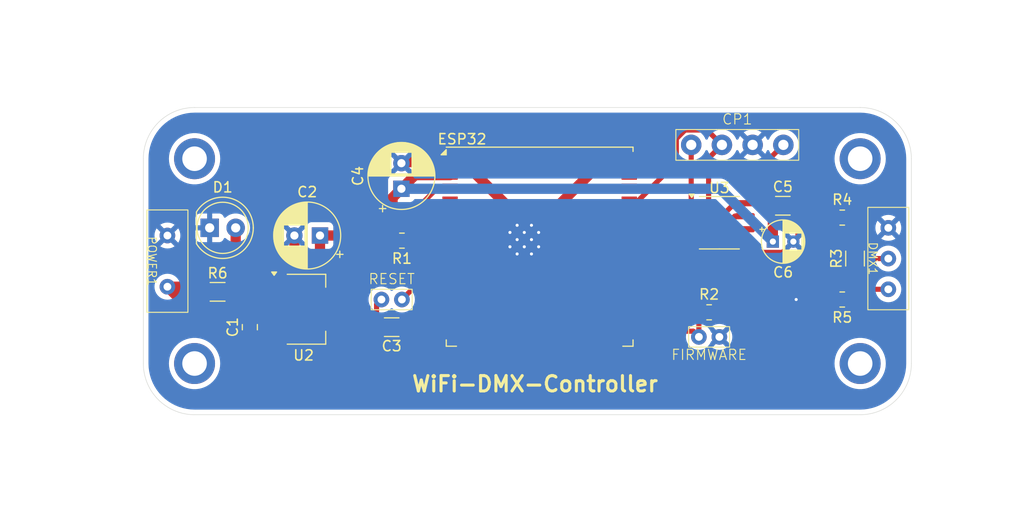
<source format=kicad_pcb>
(kicad_pcb (version 20240108) (generator "pcbnew") (generator_version "8.0")
  (layers (0 "F.Cu" signal) (31 "B.Cu" signal) (34 "B.Paste" user) (35 "F.Paste" user) (36 "B.SilkS" user "B.Silkscreen") (37 "F.SilkS" user "F.Silkscreen") (38 "B.Mask" user) (39 "F.Mask" user) (44 "Edge.Cuts" user))
  (net 0 "")
  (net 1 "GND")
  (net 2 "Net-(U2-VI)")
  (net 3 "Net-(CP1-3V3)")
  (net 4 "Net-(C3-Pad2)")
  (net 5 "Net-(CP1-RXD)")
  (net 6 "Net-(CP1-TXD)")
  (net 7 "Net-(D1-A)")
  (net 8 "Net-(U3-A)")
  (net 9 "Net-(U3-B)")
  (net 17 "Net-(ESP32-IO4)")
  (net 20 "Net-(ESP32-IO0)")
  (net 26 "Net-(ESP32-EN)")
  (footprint "user_library:CP2102_Conn" (layer "F.Cu") (at 172 90.65)
    (property "Reference" "CP1" (at 0 -4 0) (layer "F.SilkS") (effects (font (thickness 0.1))))
    (property "Value" "CP2102" (hide yes))
    (pad "1" thru_hole circle (at -4.5 -1.5) (size 2 2) (drill 1) (layers "*.Cu" "*.Mask" "In1.Cu" "In2.Cu" "In3.Cu" "In4.Cu" "In5.Cu" "In6.Cu" "In7.Cu" "In8.Cu" "In9.Cu" "In10.Cu" "In11.Cu" "In12.Cu" "In13.Cu" "In14.Cu" "In15.Cu" "In16.Cu" "In17.Cu" "In18.Cu" "In19.Cu" "In20.Cu" "In21.Cu" "In22.Cu" "In23.Cu" "In24.Cu" "In25.Cu" "In26.Cu" "In27.Cu" "In28.Cu" "In29.Cu" "In30.Cu") (net 5 "Net-(CP1-RXD)"))
    (pad "2" thru_hole circle (at -1.5 -1.5) (size 2 2) (drill 1) (layers "*.Cu" "*.Mask" "In1.Cu" "In2.Cu" "In3.Cu" "In4.Cu" "In5.Cu" "In6.Cu" "In7.Cu" "In8.Cu" "In9.Cu" "In10.Cu" "In11.Cu" "In12.Cu" "In13.Cu" "In14.Cu" "In15.Cu" "In16.Cu" "In17.Cu" "In18.Cu" "In19.Cu" "In20.Cu" "In21.Cu" "In22.Cu" "In23.Cu" "In24.Cu" "In25.Cu" "In26.Cu" "In27.Cu" "In28.Cu" "In29.Cu" "In30.Cu") (net 6 "Net-(CP1-TXD)"))
    (pad "3" thru_hole circle (at 1.5 -1.5) (size 2 2) (drill 1) (layers "*.Cu" "*.Mask" "In1.Cu" "In2.Cu" "In3.Cu" "In4.Cu" "In5.Cu" "In6.Cu" "In7.Cu" "In8.Cu" "In9.Cu" "In10.Cu" "In11.Cu" "In12.Cu" "In13.Cu" "In14.Cu" "In15.Cu" "In16.Cu" "In17.Cu" "In18.Cu" "In19.Cu" "In20.Cu" "In21.Cu" "In22.Cu" "In23.Cu" "In24.Cu" "In25.Cu" "In26.Cu" "In27.Cu" "In28.Cu" "In29.Cu" "In30.Cu") (net 1 "GND"))
    (pad "4" thru_hole circle (at 4.5 -1.5) (size 2 2) (drill 1) (layers "*.Cu" "*.Mask" "In1.Cu" "In2.Cu" "In3.Cu" "In4.Cu" "In5.Cu" "In6.Cu" "In7.Cu" "In8.Cu" "In9.Cu" "In10.Cu" "In11.Cu" "In12.Cu" "In13.Cu" "In14.Cu" "In15.Cu" "In16.Cu" "In17.Cu" "In18.Cu" "In19.Cu" "In20.Cu" "In21.Cu" "In22.Cu" "In23.Cu" "In24.Cu" "In25.Cu" "In26.Cu" "In27.Cu" "In28.Cu" "In29.Cu" "In30.Cu") (net 3 "Net-(CP1-3V3)"))
  )
  (footprint "Capacitor_SMD:C_0805_2012Metric" (layer "F.Cu") (at 124.4 106.95 90)
    (property "Reference" "C1" (at 0 -1.68 90) (layer "F.SilkS"))
    (property "Value" "10u" (hide yes))
    (pad "1" smd roundrect (at -0.95 0 90) (size 1 1.45) (layers "F.Cu" "F.Paste" "F.Mask") (net 2 "Net-(U2-VI)"))
    (pad "2" smd roundrect (at 0.95 0 90) (size 1 1.45) (layers "F.Cu" "F.Paste" "F.Mask") (net 1 "GND"))
  )
  (footprint "user_library:NPTH" (layer "F.Cu") (at 184 90.5)
    (property "Reference" "REF**" (hide yes))
    (property "Value" "NPTH" (hide yes))
    (pad "" np_thru_hole circle (at 0 0) (size 4 4) (drill 2.4) (layers "*.Cu" "*.Mask" "In1.Cu" "In2.Cu" "In3.Cu" "In4.Cu" "In5.Cu" "In6.Cu" "In7.Cu" "In8.Cu" "In9.Cu" "In10.Cu" "In11.Cu" "In12.Cu" "In13.Cu" "In14.Cu" "In15.Cu" "In16.Cu" "In17.Cu" "In18.Cu" "In19.Cu" "In20.Cu" "In21.Cu" "In22.Cu" "In23.Cu" "In24.Cu" "In25.Cu" "In26.Cu" "In27.Cu" "In28.Cu" "In29.Cu" "In30.Cu"))
  )
  (footprint "Resistor_SMD:R_1206_3216Metric" (layer "F.Cu") (at 121.25 103.5)
    (property "Reference" "R6" (at 0 -1.82 0) (layer "F.SilkS"))
    (property "Value" "150" (hide yes))
    (pad "1" smd roundrect (at -1.4625 0) (size 1.125 1.75) (layers "F.Cu" "F.Paste" "F.Mask") (roundrect_rratio 0.222222) (net 2 "Net-(U2-VI)"))
    (pad "2" smd roundrect (at 1.4625 0) (size 1.125 1.75) (layers "F.Cu" "F.Paste" "F.Mask") (roundrect_rratio 0.222222) (net 7 "Net-(D1-A)"))
  )
  (footprint "user_library:NPTH" (layer "F.Cu") (at 119 110.5)
    (property "Reference" "REF**" (hide yes))
    (property "Value" "NPTH" (hide yes))
    (pad "" np_thru_hole circle (at 0 0) (size 4 4) (drill 2.4) (layers "*.Cu" "*.Mask" "In1.Cu" "In2.Cu" "In3.Cu" "In4.Cu" "In5.Cu" "In6.Cu" "In7.Cu" "In8.Cu" "In9.Cu" "In10.Cu" "In11.Cu" "In12.Cu" "In13.Cu" "In14.Cu" "In15.Cu" "In16.Cu" "In17.Cu" "In18.Cu" "In19.Cu" "In20.Cu" "In21.Cu" "In22.Cu" "In23.Cu" "In24.Cu" "In25.Cu" "In26.Cu" "In27.Cu" "In28.Cu" "In29.Cu" "In30.Cu"))
  )
  (footprint "Resistor_SMD:R_0805_2012Metric" (layer "F.Cu") (at 182.25 104.25)
    (property "Reference" "R5" (at 0 1.75 0) (layer "F.SilkS"))
    (property "Value" "10k" (hide yes))
    (pad "1" smd roundrect (at -0.9125 0) (size 1.025 1.4) (layers "F.Cu" "F.Paste" "F.Mask") (roundrect_rratio 0.243902) (net 1 "GND"))
    (pad "2" smd roundrect (at 0.9125 0) (size 1.025 1.4) (layers "F.Cu" "F.Paste" "F.Mask") (roundrect_rratio 0.243902) (net 9 "Net-(U3-B)"))
  )
  (footprint "Package_SO:SOIC-8_3.9x4.9mm_P1.27mm" (layer "F.Cu") (at 170.25 96.75)
    (property "Reference" "U3" (at 0 -3.4 0) (layer "F.SilkS"))
    (property "Value" "SP3485EN" (hide yes))
    (pad "1" smd roundrect (at -2.475 -1.905) (size 1.95 0.6) (layers "F.Cu" "F.Paste" "F.Mask") (net 5 "Net-(CP1-RXD)"))
    (pad "2" smd roundrect (at -2.475 -0.635) (size 1.95 0.6) (layers "F.Cu" "F.Paste" "F.Mask") (net 17 "Net-(ESP32-IO4)"))
    (pad "3" smd roundrect (at -2.475 0.635) (size 1.95 0.6) (layers "F.Cu" "F.Paste" "F.Mask") (net 17 "Net-(ESP32-IO4)"))
    (pad "4" smd roundrect (at -2.475 1.905) (size 1.95 0.6) (layers "F.Cu" "F.Paste" "F.Mask") (net 6 "Net-(CP1-TXD)"))
    (pad "5" smd roundrect (at 2.475 1.905) (size 1.95 0.6) (layers "F.Cu" "F.Paste" "F.Mask") (net 1 "GND"))
    (pad "6" smd roundrect (at 2.475 0.635) (size 1.95 0.6) (layers "F.Cu" "F.Paste" "F.Mask") (net 8 "Net-(U3-A)"))
    (pad "7" smd roundrect (at 2.475 -0.635) (size 1.95 0.6) (layers "F.Cu" "F.Paste" "F.Mask") (net 9 "Net-(U3-B)"))
    (pad "8" smd roundrect (at 2.475 -1.905) (size 1.95 0.6) (layers "F.Cu" "F.Paste" "F.Mask") (net 3 "Net-(CP1-3V3)"))
  )
  (footprint "Capacitor_THT:CP_Radial_D4.0mm_P2.00mm" (layer "F.Cu") (at 175.475 98.593799)
    (property "Reference" "C6" (at 1 3 0) (layer "F.SilkS"))
    (property "Value" "10u" (hide yes))
    (pad "1" thru_hole rect (at 0 0) (size 1.2 1.2) (drill 0.6) (layers "*.Cu" "*.Mask" "In1.Cu" "In2.Cu" "In3.Cu" "In4.Cu" "In5.Cu" "In6.Cu" "In7.Cu" "In8.Cu" "In9.Cu" "In10.Cu" "In11.Cu" "In12.Cu" "In13.Cu" "In14.Cu" "In15.Cu" "In16.Cu" "In17.Cu" "In18.Cu" "In19.Cu" "In20.Cu" "In21.Cu" "In22.Cu" "In23.Cu" "In24.Cu" "In25.Cu" "In26.Cu" "In27.Cu" "In28.Cu" "In29.Cu" "In30.Cu") (net 3 "Net-(CP1-3V3)"))
    (pad "2" thru_hole circle (at 2 0) (size 1.2 1.2) (drill 0.6) (layers "*.Cu" "*.Mask" "In1.Cu" "In2.Cu" "In3.Cu" "In4.Cu" "In5.Cu" "In6.Cu" "In7.Cu" "In8.Cu" "In9.Cu" "In10.Cu" "In11.Cu" "In12.Cu" "In13.Cu" "In14.Cu" "In15.Cu" "In16.Cu" "In17.Cu" "In18.Cu" "In19.Cu" "In20.Cu" "In21.Cu" "In22.Cu" "In23.Cu" "In24.Cu" "In25.Cu" "In26.Cu" "In27.Cu" "In28.Cu" "In29.Cu" "In30.Cu") (net 1 "GND"))
  )
  (footprint "LED_THT:LED_D5.0mm_Clear" (layer "F.Cu") (at 120.475 97.25)
    (property "Reference" "D1" (at 1.27 -3.96 0) (layer "F.SilkS"))
    (property "Value" "LED" (hide yes))
    (pad "1" thru_hole rect (at 0 0) (size 1.8 1.8) (drill 0.9) (layers "*.Cu" "*.Mask" "In1.Cu" "In2.Cu" "In3.Cu" "In4.Cu" "In5.Cu" "In6.Cu" "In7.Cu" "In8.Cu" "In9.Cu" "In10.Cu" "In11.Cu" "In12.Cu" "In13.Cu" "In14.Cu" "In15.Cu" "In16.Cu" "In17.Cu" "In18.Cu" "In19.Cu" "In20.Cu" "In21.Cu" "In22.Cu" "In23.Cu" "In24.Cu" "In25.Cu" "In26.Cu" "In27.Cu" "In28.Cu" "In29.Cu" "In30.Cu") (net 1 "GND"))
    (pad "2" thru_hole circle (at 2.54 0) (size 1.8 1.8) (drill 0.9) (layers "*.Cu" "*.Mask" "In1.Cu" "In2.Cu" "In3.Cu" "In4.Cu" "In5.Cu" "In6.Cu" "In7.Cu" "In8.Cu" "In9.Cu" "In10.Cu" "In11.Cu" "In12.Cu" "In13.Cu" "In14.Cu" "In15.Cu" "In16.Cu" "In17.Cu" "In18.Cu" "In19.Cu" "In20.Cu" "In21.Cu" "In22.Cu" "In23.Cu" "In24.Cu" "In25.Cu" "In26.Cu" "In27.Cu" "In28.Cu" "In29.Cu" "In30.Cu") (net 7 "Net-(D1-A)"))
  )
  (footprint "user_library:NPTH" (layer "F.Cu") (at 119 90.5)
    (property "Reference" "REF**" (hide yes))
    (property "Value" "NPTH" (hide yes))
    (pad "" np_thru_hole circle (at 0 0) (size 4 4) (drill 2.4) (layers "*.Cu" "*.Mask" "In1.Cu" "In2.Cu" "In3.Cu" "In4.Cu" "In5.Cu" "In6.Cu" "In7.Cu" "In8.Cu" "In9.Cu" "In10.Cu" "In11.Cu" "In12.Cu" "In13.Cu" "In14.Cu" "In15.Cu" "In16.Cu" "In17.Cu" "In18.Cu" "In19.Cu" "In20.Cu" "In21.Cu" "In22.Cu" "In23.Cu" "In24.Cu" "In25.Cu" "In26.Cu" "In27.Cu" "In28.Cu" "In29.Cu" "In30.Cu"))
  )
  (footprint "Package_TO_SOT_SMD:SOT-223-3_TabPin2" (layer "F.Cu") (at 129.9 105.2)
    (property "Reference" "U2" (at -0.25 4.5 0) (layer "F.SilkS"))
    (property "Value" "AMS1117-3.3" (hide yes))
    (pad "1" smd roundrect (at -3.15 -2.3) (size 2 1.5) (layers "F.Cu" "F.Paste" "F.Mask") (net 1 "GND"))
    (pad "2" smd roundrect (at -3.15 0) (size 2 1.5) (layers "F.Cu" "F.Paste" "F.Mask") (net 3 "Net-(CP1-3V3)"))
    (pad "2" smd roundrect (at 3.15 0) (size 2 3.8) (layers "F.Cu" "F.Paste" "F.Mask") (net 3 "Net-(CP1-3V3)"))
    (pad "3" smd roundrect (at -3.15 2.3) (size 2 1.5) (layers "F.Cu" "F.Paste" "F.Mask") (net 2 "Net-(U2-VI)"))
  )
  (footprint "user_library:ESP32-WROOM-32U" (layer "F.Cu") (at 152.7 99.09)
    (property "Reference" "ESP32" (at -7.58 -10.5 180) (layer "F.SilkS"))
    (property "Value" "ESP32-WROOM-32U" (hide yes))
    (pad "1" smd rect (at -8.75 -8.255) (size 1.5 0.9) (layers "F.Cu" "F.Paste" "F.Mask") (net 1 "GND"))
    (pad "2" smd rect (at -8.75 -6.985) (size 1.5 0.9) (layers "F.Cu" "F.Paste" "F.Mask") (net 3 "Net-(CP1-3V3)"))
    (pad "3" smd rect (at -8.75 -5.715) (size 1.5 0.9) (layers "F.Cu" "F.Paste" "F.Mask") (net 26 "Net-(ESP32-EN)"))
    (pad "4" smd rect (at -8.75 -4.445) (size 1.5 0.9) (layers "F.Cu" "F.Paste" "F.Mask"))
    (pad "5" smd rect (at -8.75 -3.175) (size 1.5 0.9) (layers "F.Cu" "F.Paste" "F.Mask"))
    (pad "6" smd rect (at -8.75 -1.905) (size 1.5 0.9) (layers "F.Cu" "F.Paste" "F.Mask"))
    (pad "7" smd rect (at -8.75 -0.635) (size 1.5 0.9) (layers "F.Cu" "F.Paste" "F.Mask"))
    (pad "8" smd rect (at -8.75 0.635) (size 1.5 0.9) (layers "F.Cu" "F.Paste" "F.Mask"))
    (pad "9" smd rect (at -8.75 1.905) (size 1.5 0.9) (layers "F.Cu" "F.Paste" "F.Mask"))
    (pad "10" smd rect (at -8.75 3.175) (size 1.5 0.9) (layers "F.Cu" "F.Paste" "F.Mask"))
    (pad "11" smd rect (at -8.75 4.445) (size 1.5 0.9) (layers "F.Cu" "F.Paste" "F.Mask"))
    (pad "12" smd rect (at -8.75 5.715) (size 1.5 0.9) (layers "F.Cu" "F.Paste" "F.Mask"))
    (pad "13" smd rect (at -8.75 6.985) (size 1.5 0.9) (layers "F.Cu" "F.Paste" "F.Mask"))
    (pad "14" smd rect (at -8.75 8.255) (size 1.5 0.9) (layers "F.Cu" "F.Paste" "F.Mask"))
    (pad "15" smd rect (at -5.715 9.35 90) (size 1.5 0.9) (layers "F.Cu" "F.Paste" "F.Mask") (net 1 "GND"))
    (pad "16" smd rect (at -4.445 9.35 90) (size 1.5 0.9) (layers "F.Cu" "F.Paste" "F.Mask"))
    (pad "17" smd rect (at -3.175 9.35 90) (size 1.5 0.9) (layers "F.Cu" "F.Paste" "F.Mask"))
    (pad "18" smd rect (at -1.905 9.35 90) (size 1.5 0.9) (layers "F.Cu" "F.Paste" "F.Mask"))
    (pad "19" smd rect (at -0.635 9.35 90) (size 1.5 0.9) (layers "F.Cu" "F.Paste" "F.Mask"))
    (pad "20" smd rect (at 0.635 9.35 90) (size 1.5 0.9) (layers "F.Cu" "F.Paste" "F.Mask"))
    (pad "21" smd rect (at 1.905 9.35 90) (size 1.5 0.9) (layers "F.Cu" "F.Paste" "F.Mask"))
    (pad "22" smd rect (at 3.175 9.35 90) (size 1.5 0.9) (layers "F.Cu" "F.Paste" "F.Mask"))
    (pad "23" smd rect (at 4.445 9.35 90) (size 1.5 0.9) (layers "F.Cu" "F.Paste" "F.Mask"))
    (pad "24" smd rect (at 5.715 9.35 90) (size 1.5 0.9) (layers "F.Cu" "F.Paste" "F.Mask"))
    (pad "25" smd rect (at 8.75 8.255) (size 1.5 0.9) (layers "F.Cu" "F.Paste" "F.Mask") (net 20 "Net-(ESP32-IO0)"))
    (pad "26" smd rect (at 8.75 6.985) (size 1.5 0.9) (layers "F.Cu" "F.Paste" "F.Mask") (net 17 "Net-(ESP32-IO4)"))
    (pad "27" smd rect (at 8.75 5.715) (size 1.5 0.9) (layers "F.Cu" "F.Paste" "F.Mask"))
    (pad "28" smd rect (at 8.75 4.445) (size 1.5 0.9) (layers "F.Cu" "F.Paste" "F.Mask"))
    (pad "29" smd rect (at 8.75 3.175) (size 1.5 0.9) (layers "F.Cu" "F.Paste" "F.Mask"))
    (pad "30" smd rect (at 8.75 1.905) (size 1.5 0.9) (layers "F.Cu" "F.Paste" "F.Mask"))
    (pad "31" smd rect (at 8.75 0.635) (size 1.5 0.9) (layers "F.Cu" "F.Paste" "F.Mask"))
    (pad "32" smd rect (at 8.75 -0.635) (size 1.5 0.9) (layers "F.Cu" "F.Paste" "F.Mask"))
    (pad "33" smd rect (at 8.75 -1.905) (size 1.5 0.9) (layers "F.Cu" "F.Paste" "F.Mask"))
    (pad "34" smd rect (at 8.75 -3.175) (size 1.5 0.9) (layers "F.Cu" "F.Paste" "F.Mask") (net 5 "Net-(CP1-RXD)"))
    (pad "35" smd rect (at 8.75 -4.445) (size 1.5 0.9) (layers "F.Cu" "F.Paste" "F.Mask") (net 6 "Net-(CP1-TXD)"))
    (pad "36" smd rect (at 8.75 -5.715) (size 1.5 0.9) (layers "F.Cu" "F.Paste" "F.Mask"))
    (pad "37" smd rect (at 8.75 -6.985) (size 1.5 0.9) (layers "F.Cu" "F.Paste" "F.Mask"))
    (pad "38" smd rect (at 8.75 -8.255) (size 1.5 0.9) (layers "F.Cu" "F.Paste" "F.Mask") (net 1 "GND"))
    (pad "39" smd rect (at -2.9 -2.09) (size 0.9 0.9) (layers "F.Cu" "F.Paste") (net 1 "GND"))
    (pad "39" thru_hole circle (at -2.9 -1.39) (size 0.6 0.6) (drill 0.3) (property pad_prop_heatsink) (layers "*.Cu" "In1.Cu" "In2.Cu" "In3.Cu" "In4.Cu" "In5.Cu" "In6.Cu" "In7.Cu" "In8.Cu" "In9.Cu" "In10.Cu" "In11.Cu" "In12.Cu" "In13.Cu" "In14.Cu" "In15.Cu" "In16.Cu" "In17.Cu" "In18.Cu" "In19.Cu" "In20.Cu" "In21.Cu" "In22.Cu" "In23.Cu" "In24.Cu" "In25.Cu" "In26.Cu" "In27.Cu" "In28.Cu" "In29.Cu" "In30.Cu" "F.Mask") (net 1 "GND"))
    (pad "39" smd rect (at -2.9 -0.69) (size 0.9 0.9) (layers "F.Cu" "F.Paste") (net 1 "GND"))
    (pad "39" thru_hole circle (at -2.9 0.01) (size 0.6 0.6) (drill 0.3) (property pad_prop_heatsink) (layers "*.Cu" "In1.Cu" "In2.Cu" "In3.Cu" "In4.Cu" "In5.Cu" "In6.Cu" "In7.Cu" "In8.Cu" "In9.Cu" "In10.Cu" "In11.Cu" "In12.Cu" "In13.Cu" "In14.Cu" "In15.Cu" "In16.Cu" "In17.Cu" "In18.Cu" "In19.Cu" "In20.Cu" "In21.Cu" "In22.Cu" "In23.Cu" "In24.Cu" "In25.Cu" "In26.Cu" "In27.Cu" "In28.Cu" "In29.Cu" "In30.Cu" "F.Mask") (net 1 "GND"))
    (pad "39" smd rect (at -2.9 0.71) (size 0.9 0.9) (layers "F.Cu" "F.Paste") (net 1 "GND"))
    (pad "39" thru_hole circle (at -2.2 -2.09) (size 0.6 0.6) (drill 0.3) (property pad_prop_heatsink) (layers "*.Cu" "In1.Cu" "In2.Cu" "In3.Cu" "In4.Cu" "In5.Cu" "In6.Cu" "In7.Cu" "In8.Cu" "In9.Cu" "In10.Cu" "In11.Cu" "In12.Cu" "In13.Cu" "In14.Cu" "In15.Cu" "In16.Cu" "In17.Cu" "In18.Cu" "In19.Cu" "In20.Cu" "In21.Cu" "In22.Cu" "In23.Cu" "In24.Cu" "In25.Cu" "In26.Cu" "In27.Cu" "In28.Cu" "In29.Cu" "In30.Cu" "F.Mask") (net 1 "GND"))
    (pad "39" thru_hole circle (at -2.2 -0.69) (size 0.6 0.6) (drill 0.3) (property pad_prop_heatsink) (layers "*.Cu" "In1.Cu" "In2.Cu" "In3.Cu" "In4.Cu" "In5.Cu" "In6.Cu" "In7.Cu" "In8.Cu" "In9.Cu" "In10.Cu" "In11.Cu" "In12.Cu" "In13.Cu" "In14.Cu" "In15.Cu" "In16.Cu" "In17.Cu" "In18.Cu" "In19.Cu" "In20.Cu" "In21.Cu" "In22.Cu" "In23.Cu" "In24.Cu" "In25.Cu" "In26.Cu" "In27.Cu" "In28.Cu" "In29.Cu" "In30.Cu" "F.Mask") (net 1 "GND"))
    (pad "39" thru_hole circle (at -2.2 0.71) (size 0.6 0.6) (drill 0.3) (property pad_prop_heatsink) (layers "*.Cu" "In1.Cu" "In2.Cu" "In3.Cu" "In4.Cu" "In5.Cu" "In6.Cu" "In7.Cu" "In8.Cu" "In9.Cu" "In10.Cu" "In11.Cu" "In12.Cu" "In13.Cu" "In14.Cu" "In15.Cu" "In16.Cu" "In17.Cu" "In18.Cu" "In19.Cu" "In20.Cu" "In21.Cu" "In22.Cu" "In23.Cu" "In24.Cu" "In25.Cu" "In26.Cu" "In27.Cu" "In28.Cu" "In29.Cu" "In30.Cu" "F.Mask") (net 1 "GND"))
    (pad "39" smd rect (at -1.5 -2.09) (size 0.9 0.9) (layers "F.Cu" "F.Paste") (net 1 "GND"))
    (pad "39" thru_hole circle (at -1.5 -1.39) (size 0.6 0.6) (drill 0.3) (property pad_prop_heatsink) (layers "*.Cu" "In1.Cu" "In2.Cu" "In3.Cu" "In4.Cu" "In5.Cu" "In6.Cu" "In7.Cu" "In8.Cu" "In9.Cu" "In10.Cu" "In11.Cu" "In12.Cu" "In13.Cu" "In14.Cu" "In15.Cu" "In16.Cu" "In17.Cu" "In18.Cu" "In19.Cu" "In20.Cu" "In21.Cu" "In22.Cu" "In23.Cu" "In24.Cu" "In25.Cu" "In26.Cu" "In27.Cu" "In28.Cu" "In29.Cu" "In30.Cu" "F.Mask") (net 1 "GND"))
    (pad "39" smd rect (at -1.5 -0.69) (size 0.9 0.9) (layers "F.Cu" "F.Paste") (net 1 "GND"))
    (pad "39" smd rect (at -1.5 -0.69) (size 3.8 3.8) (property pad_prop_heatsink) (layers "F.Cu" "F.Mask") (net 1 "GND"))
    (pad "39" thru_hole circle (at -1.5 0.01) (size 0.6 0.6) (drill 0.3) (property pad_prop_heatsink) (layers "*.Cu" "In1.Cu" "In2.Cu" "In3.Cu" "In4.Cu" "In5.Cu" "In6.Cu" "In7.Cu" "In8.Cu" "In9.Cu" "In10.Cu" "In11.Cu" "In12.Cu" "In13.Cu" "In14.Cu" "In15.Cu" "In16.Cu" "In17.Cu" "In18.Cu" "In19.Cu" "In20.Cu" "In21.Cu" "In22.Cu" "In23.Cu" "In24.Cu" "In25.Cu" "In26.Cu" "In27.Cu" "In28.Cu" "In29.Cu" "In30.Cu" "F.Mask") (net 1 "GND"))
    (pad "39" smd rect (at -1.5 0.71) (size 0.9 0.9) (layers "F.Cu" "F.Paste") (net 1 "GND"))
    (pad "39" thru_hole circle (at -0.8 -2.09) (size 0.6 0.6) (drill 0.3) (property pad_prop_heatsink) (layers "*.Cu" "In1.Cu" "In2.Cu" "In3.Cu" "In4.Cu" "In5.Cu" "In6.Cu" "In7.Cu" "In8.Cu" "In9.Cu" "In10.Cu" "In11.Cu" "In12.Cu" "In13.Cu" "In14.Cu" "In15.Cu" "In16.Cu" "In17.Cu" "In18.Cu" "In19.Cu" "In20.Cu" "In21.Cu" "In22.Cu" "In23.Cu" "In24.Cu" "In25.Cu" "In26.Cu" "In27.Cu" "In28.Cu" "In29.Cu" "In30.Cu" "F.Mask") (net 1 "GND"))
    (pad "39" thru_hole circle (at -0.8 -0.69) (size 0.6 0.6) (drill 0.3) (property pad_prop_heatsink) (layers "*.Cu" "In1.Cu" "In2.Cu" "In3.Cu" "In4.Cu" "In5.Cu" "In6.Cu" "In7.Cu" "In8.Cu" "In9.Cu" "In10.Cu" "In11.Cu" "In12.Cu" "In13.Cu" "In14.Cu" "In15.Cu" "In16.Cu" "In17.Cu" "In18.Cu" "In19.Cu" "In20.Cu" "In21.Cu" "In22.Cu" "In23.Cu" "In24.Cu" "In25.Cu" "In26.Cu" "In27.Cu" "In28.Cu" "In29.Cu" "In30.Cu" "F.Mask") (net 1 "GND"))
    (pad "39" thru_hole circle (at -0.8 0.71) (size 0.6 0.6) (drill 0.3) (property pad_prop_heatsink) (layers "*.Cu" "In1.Cu" "In2.Cu" "In3.Cu" "In4.Cu" "In5.Cu" "In6.Cu" "In7.Cu" "In8.Cu" "In9.Cu" "In10.Cu" "In11.Cu" "In12.Cu" "In13.Cu" "In14.Cu" "In15.Cu" "In16.Cu" "In17.Cu" "In18.Cu" "In19.Cu" "In20.Cu" "In21.Cu" "In22.Cu" "In23.Cu" "In24.Cu" "In25.Cu" "In26.Cu" "In27.Cu" "In28.Cu" "In29.Cu" "In30.Cu" "F.Mask") (net 1 "GND"))
    (pad "39" smd rect (at -0.1 -2.09) (size 0.9 0.9) (layers "F.Cu" "F.Paste") (net 1 "GND"))
    (pad "39" thru_hole circle (at -0.1 -1.39) (size 0.6 0.6) (drill 0.3) (property pad_prop_heatsink) (layers "*.Cu" "In1.Cu" "In2.Cu" "In3.Cu" "In4.Cu" "In5.Cu" "In6.Cu" "In7.Cu" "In8.Cu" "In9.Cu" "In10.Cu" "In11.Cu" "In12.Cu" "In13.Cu" "In14.Cu" "In15.Cu" "In16.Cu" "In17.Cu" "In18.Cu" "In19.Cu" "In20.Cu" "In21.Cu" "In22.Cu" "In23.Cu" "In24.Cu" "In25.Cu" "In26.Cu" "In27.Cu" "In28.Cu" "In29.Cu" "In30.Cu" "F.Mask") (net 1 "GND"))
    (pad "39" smd rect (at -0.1 -0.69) (size 0.9 0.9) (layers "F.Cu" "F.Paste") (net 1 "GND"))
    (pad "39" thru_hole circle (at -0.1 0.01) (size 0.6 0.6) (drill 0.3) (property pad_prop_heatsink) (layers "*.Cu" "In1.Cu" "In2.Cu" "In3.Cu" "In4.Cu" "In5.Cu" "In6.Cu" "In7.Cu" "In8.Cu" "In9.Cu" "In10.Cu" "In11.Cu" "In12.Cu" "In13.Cu" "In14.Cu" "In15.Cu" "In16.Cu" "In17.Cu" "In18.Cu" "In19.Cu" "In20.Cu" "In21.Cu" "In22.Cu" "In23.Cu" "In24.Cu" "In25.Cu" "In26.Cu" "In27.Cu" "In28.Cu" "In29.Cu" "In30.Cu" "F.Mask") (net 1 "GND"))
    (pad "39" smd rect (at -0.1 0.71) (size 0.9 0.9) (layers "F.Cu" "F.Paste") (net 1 "GND"))
  )
  (footprint "user_library:small_2pin" (layer "F.Cu") (at 169.25 108.9)
    (property "Reference" "FIRMWARE" (at 0 0.75 0) (layer "F.SilkS") (effects (font (thickness 0.1))))
    (property "Value" "SW_Push" (hide yes))
    (pad "1" thru_hole circle (at -1 -1) (size 1.524 1.524) (drill 0.762) (layers "*.Cu" "*.Mask" "In1.Cu" "In2.Cu" "In3.Cu" "In4.Cu" "In5.Cu" "In6.Cu" "In7.Cu" "In8.Cu" "In9.Cu" "In10.Cu" "In11.Cu" "In12.Cu" "In13.Cu" "In14.Cu" "In15.Cu" "In16.Cu" "In17.Cu" "In18.Cu" "In19.Cu" "In20.Cu" "In21.Cu" "In22.Cu" "In23.Cu" "In24.Cu" "In25.Cu" "In26.Cu" "In27.Cu" "In28.Cu" "In29.Cu" "In30.Cu") (net 20 "Net-(ESP32-IO0)"))
    (pad "2" thru_hole circle (at 1 -1) (size 1.524 1.524) (drill 0.762) (layers "*.Cu" "*.Mask" "In1.Cu" "In2.Cu" "In3.Cu" "In4.Cu" "In5.Cu" "In6.Cu" "In7.Cu" "In8.Cu" "In9.Cu" "In10.Cu" "In11.Cu" "In12.Cu" "In13.Cu" "In14.Cu" "In15.Cu" "In16.Cu" "In17.Cu" "In18.Cu" "In19.Cu" "In20.Cu" "In21.Cu" "In22.Cu" "In23.Cu" "In24.Cu" "In25.Cu" "In26.Cu" "In27.Cu" "In28.Cu" "In29.Cu" "In30.Cu") (net 1 "GND"))
  )
  (footprint "Capacitor_SMD:C_1206_3216Metric" (layer "F.Cu") (at 138.25 106.95 180)
    (property "Reference" "C3" (at 0 -1.85 0) (layer "F.SilkS"))
    (property "Value" "0.1u" (hide yes))
    (pad "1" smd roundrect (at -1.475 0 180) (size 1.15 1.8) (layers "F.Cu" "F.Paste" "F.Mask") (roundrect_rratio 0.217391) (net 1 "GND"))
    (pad "2" smd roundrect (at 1.475 0 180) (size 1.15 1.8) (layers "F.Cu" "F.Paste" "F.Mask") (roundrect_rratio 0.217391) (net 4 "Net-(C3-Pad2)"))
  )
  (footprint "Resistor_SMD:R_1206_3216Metric" (layer "F.Cu") (at 183.5 100.25 90)
    (property "Reference" "R3" (at 0 -1.82 90) (layer "F.SilkS"))
    (property "Value" "120" (hide yes))
    (pad "1" smd roundrect (at -1.4625 0 90) (size 1.125 1.75) (layers "F.Cu" "F.Paste" "F.Mask") (roundrect_rratio 0.222222) (net 9 "Net-(U3-B)"))
    (pad "2" smd roundrect (at 1.4625 0 90) (size 1.125 1.75) (layers "F.Cu" "F.Paste" "F.Mask") (roundrect_rratio 0.222222) (net 8 "Net-(U3-A)"))
  )
  (footprint "Capacitor_THT:CP_Radial_D6.3mm_P2.50mm" (layer "F.Cu") (at 131.25 98 180)
    (property "Reference" "C2" (at 1.25 4.25 0) (layer "F.SilkS"))
    (property "Value" "22u" (hide yes))
    (pad "1" thru_hole rect (at 0 0 180) (size 1.6 1.6) (drill 0.8) (layers "*.Cu" "*.Mask" "In1.Cu" "In2.Cu" "In3.Cu" "In4.Cu" "In5.Cu" "In6.Cu" "In7.Cu" "In8.Cu" "In9.Cu" "In10.Cu" "In11.Cu" "In12.Cu" "In13.Cu" "In14.Cu" "In15.Cu" "In16.Cu" "In17.Cu" "In18.Cu" "In19.Cu" "In20.Cu" "In21.Cu" "In22.Cu" "In23.Cu" "In24.Cu" "In25.Cu" "In26.Cu" "In27.Cu" "In28.Cu" "In29.Cu" "In30.Cu") (net 3 "Net-(CP1-3V3)"))
    (pad "2" thru_hole circle (at 2.5 0 180) (size 1.6 1.6) (drill 0.8) (layers "*.Cu" "*.Mask" "In1.Cu" "In2.Cu" "In3.Cu" "In4.Cu" "In5.Cu" "In6.Cu" "In7.Cu" "In8.Cu" "In9.Cu" "In10.Cu" "In11.Cu" "In12.Cu" "In13.Cu" "In14.Cu" "In15.Cu" "In16.Cu" "In17.Cu" "In18.Cu" "In19.Cu" "In20.Cu" "In21.Cu" "In22.Cu" "In23.Cu" "In24.Cu" "In25.Cu" "In26.Cu" "In27.Cu" "In28.Cu" "In29.Cu" "In30.Cu") (net 1 "GND"))
  )
  (footprint "user_library:NPTH" (layer "F.Cu") (at 184 110.5)
    (property "Reference" "REF**" (hide yes))
    (property "Value" "NPTH" (hide yes))
    (pad "" np_thru_hole circle (at 0 0) (size 4 4) (drill 2.4) (layers "*.Cu" "*.Mask" "In1.Cu" "In2.Cu" "In3.Cu" "In4.Cu" "In5.Cu" "In6.Cu" "In7.Cu" "In8.Cu" "In9.Cu" "In10.Cu" "In11.Cu" "In12.Cu" "In13.Cu" "In14.Cu" "In15.Cu" "In16.Cu" "In17.Cu" "In18.Cu" "In19.Cu" "In20.Cu" "In21.Cu" "In22.Cu" "In23.Cu" "In24.Cu" "In25.Cu" "In26.Cu" "In27.Cu" "In28.Cu" "In29.Cu" "In30.Cu"))
  )
  (footprint "user_library:3pin_10mm" (layer "F.Cu") (at 184.75 100.25 -90)
    (property "Reference" "DMX1" (at 0 -0.5 -90) (layer "F.SilkS") (effects (font (size 0.8 0.8) (thickness 0.1))))
    (property "Value" "XLR3" (hide yes))
    (pad "1" thru_hole circle (at -3 -2 270) (size 1.524 1.524) (drill 0.762) (layers "*.Cu" "*.Mask" "In1.Cu" "In2.Cu" "In3.Cu" "In4.Cu" "In5.Cu" "In6.Cu" "In7.Cu" "In8.Cu" "In9.Cu" "In10.Cu" "In11.Cu" "In12.Cu" "In13.Cu" "In14.Cu" "In15.Cu" "In16.Cu" "In17.Cu" "In18.Cu" "In19.Cu" "In20.Cu" "In21.Cu" "In22.Cu" "In23.Cu" "In24.Cu" "In25.Cu" "In26.Cu" "In27.Cu" "In28.Cu" "In29.Cu" "In30.Cu") (net 1 "GND"))
    (pad "2" thru_hole circle (at 0 -2 270) (size 1.524 1.524) (drill 0.762) (layers "*.Cu" "*.Mask" "In1.Cu" "In2.Cu" "In3.Cu" "In4.Cu" "In5.Cu" "In6.Cu" "In7.Cu" "In8.Cu" "In9.Cu" "In10.Cu" "In11.Cu" "In12.Cu" "In13.Cu" "In14.Cu" "In15.Cu" "In16.Cu" "In17.Cu" "In18.Cu" "In19.Cu" "In20.Cu" "In21.Cu" "In22.Cu" "In23.Cu" "In24.Cu" "In25.Cu" "In26.Cu" "In27.Cu" "In28.Cu" "In29.Cu" "In30.Cu") (net 8 "Net-(U3-A)"))
    (pad "3" thru_hole circle (at 3 -2 270) (size 1.524 1.524) (drill 0.762) (layers "*.Cu" "*.Mask" "In1.Cu" "In2.Cu" "In3.Cu" "In4.Cu" "In5.Cu" "In6.Cu" "In7.Cu" "In8.Cu" "In9.Cu" "In10.Cu" "In11.Cu" "In12.Cu" "In13.Cu" "In14.Cu" "In15.Cu" "In16.Cu" "In17.Cu" "In18.Cu" "In19.Cu" "In20.Cu" "In21.Cu" "In22.Cu" "In23.Cu" "In24.Cu" "In25.Cu" "In26.Cu" "In27.Cu" "In28.Cu" "In29.Cu" "In30.Cu") (net 9 "Net-(U3-B)"))
  )
  (footprint "Capacitor_THT:CP_Radial_D6.3mm_P2.50mm" (layer "F.Cu") (at 139.2 93.435 90)
    (property "Reference" "C4" (at 1.25 -4.25 90) (layer "F.SilkS"))
    (property "Value" "470u" (hide yes))
    (pad "1" thru_hole rect (at 0 0 90) (size 1.6 1.6) (drill 0.8) (layers "*.Cu" "*.Mask" "In1.Cu" "In2.Cu" "In3.Cu" "In4.Cu" "In5.Cu" "In6.Cu" "In7.Cu" "In8.Cu" "In9.Cu" "In10.Cu" "In11.Cu" "In12.Cu" "In13.Cu" "In14.Cu" "In15.Cu" "In16.Cu" "In17.Cu" "In18.Cu" "In19.Cu" "In20.Cu" "In21.Cu" "In22.Cu" "In23.Cu" "In24.Cu" "In25.Cu" "In26.Cu" "In27.Cu" "In28.Cu" "In29.Cu" "In30.Cu") (net 3 "Net-(CP1-3V3)"))
    (pad "2" thru_hole circle (at 2.5 0 90) (size 1.6 1.6) (drill 0.8) (layers "*.Cu" "*.Mask" "In1.Cu" "In2.Cu" "In3.Cu" "In4.Cu" "In5.Cu" "In6.Cu" "In7.Cu" "In8.Cu" "In9.Cu" "In10.Cu" "In11.Cu" "In12.Cu" "In13.Cu" "In14.Cu" "In15.Cu" "In16.Cu" "In17.Cu" "In18.Cu" "In19.Cu" "In20.Cu" "In21.Cu" "In22.Cu" "In23.Cu" "In24.Cu" "In25.Cu" "In26.Cu" "In27.Cu" "In28.Cu" "In29.Cu" "In30.Cu") (net 1 "GND"))
  )
  (footprint "Resistor_SMD:R_0805_2012Metric" (layer "F.Cu") (at 139.25 98.5)
    (property "Reference" "R1" (at 0 1.75 0) (layer "F.SilkS"))
    (property "Value" "10k" (hide yes))
    (pad "1" smd roundrect (at -0.9125 0) (size 1.025 1.4) (layers "F.Cu" "F.Paste" "F.Mask") (roundrect_rratio 0.243902) (net 3 "Net-(CP1-3V3)"))
    (pad "2" smd roundrect (at 0.9125 0) (size 1.025 1.4) (layers "F.Cu" "F.Paste" "F.Mask") (roundrect_rratio 0.243902) (net 26 "Net-(ESP32-EN)"))
  )
  (footprint "Resistor_SMD:R_0805_2012Metric" (layer "F.Cu") (at 169.25 105.5)
    (property "Reference" "R2" (at 0 -1.75 0) (layer "F.SilkS"))
    (property "Value" "10k" (hide yes))
    (pad "1" smd roundrect (at -0.9125 0) (size 1.025 1.4) (layers "F.Cu" "F.Paste" "F.Mask") (roundrect_rratio 0.243902) (net 20 "Net-(ESP32-IO0)"))
    (pad "2" smd roundrect (at 0.9125 0) (size 1.025 1.4) (layers "F.Cu" "F.Paste" "F.Mask") (roundrect_rratio 0.243902) (net 3 "Net-(CP1-3V3)"))
  )
  (footprint "user_library:small_2pin" (layer "F.Cu") (at 138.25 105.25)
    (property "Reference" "RESET" (at 0 -3 0) (layer "F.SilkS") (effects (font (thickness 0.1))))
    (property "Value" "SW_Push" (hide yes))
    (pad "1" thru_hole circle (at -1 -1) (size 1.524 1.524) (drill 0.762) (layers "*.Cu" "*.Mask" "In1.Cu" "In2.Cu" "In3.Cu" "In4.Cu" "In5.Cu" "In6.Cu" "In7.Cu" "In8.Cu" "In9.Cu" "In10.Cu" "In11.Cu" "In12.Cu" "In13.Cu" "In14.Cu" "In15.Cu" "In16.Cu" "In17.Cu" "In18.Cu" "In19.Cu" "In20.Cu" "In21.Cu" "In22.Cu" "In23.Cu" "In24.Cu" "In25.Cu" "In26.Cu" "In27.Cu" "In28.Cu" "In29.Cu" "In30.Cu") (net 4 "Net-(C3-Pad2)"))
    (pad "2" thru_hole circle (at 1 -1) (size 1.524 1.524) (drill 0.762) (layers "*.Cu" "*.Mask" "In1.Cu" "In2.Cu" "In3.Cu" "In4.Cu" "In5.Cu" "In6.Cu" "In7.Cu" "In8.Cu" "In9.Cu" "In10.Cu" "In11.Cu" "In12.Cu" "In13.Cu" "In14.Cu" "In15.Cu" "In16.Cu" "In17.Cu" "In18.Cu" "In19.Cu" "In20.Cu" "In21.Cu" "In22.Cu" "In23.Cu" "In24.Cu" "In25.Cu" "In26.Cu" "In27.Cu" "In28.Cu" "In29.Cu" "In30.Cu") (net 26 "Net-(ESP32-EN)"))
  )
  (footprint "user_library:2pin_10mm" (layer "F.Cu") (at 114.35 100.5 -90)
    (property "Reference" "POWER1" (at 0 -0.5 -90) (layer "F.SilkS") (effects (font (size 0.8 0.8) (thickness 0.1))))
    (property "Value" "5V" (hide yes))
    (pad "1" thru_hole circle (at -2.5 -2 270) (size 1.524 1.524) (drill 0.762) (layers "*.Cu" "*.Mask" "In1.Cu" "In2.Cu" "In3.Cu" "In4.Cu" "In5.Cu" "In6.Cu" "In7.Cu" "In8.Cu" "In9.Cu" "In10.Cu" "In11.Cu" "In12.Cu" "In13.Cu" "In14.Cu" "In15.Cu" "In16.Cu" "In17.Cu" "In18.Cu" "In19.Cu" "In20.Cu" "In21.Cu" "In22.Cu" "In23.Cu" "In24.Cu" "In25.Cu" "In26.Cu" "In27.Cu" "In28.Cu" "In29.Cu" "In30.Cu") (net 1 "GND"))
    (pad "2" thru_hole circle (at 2.5 -2 270) (size 1.524 1.524) (drill 0.762) (layers "*.Cu" "*.Mask" "In1.Cu" "In2.Cu" "In3.Cu" "In4.Cu" "In5.Cu" "In6.Cu" "In7.Cu" "In8.Cu" "In9.Cu" "In10.Cu" "In11.Cu" "In12.Cu" "In13.Cu" "In14.Cu" "In15.Cu" "In16.Cu" "In17.Cu" "In18.Cu" "In19.Cu" "In20.Cu" "In21.Cu" "In22.Cu" "In23.Cu" "In24.Cu" "In25.Cu" "In26.Cu" "In27.Cu" "In28.Cu" "In29.Cu" "In30.Cu") (net 2 "Net-(U2-VI)"))
  )
  (footprint "Capacitor_SMD:C_1206_3216Metric" (layer "F.Cu") (at 176.447599 95.093799)
    (property "Reference" "C5" (at 0 -1.85 0) (layer "F.SilkS"))
    (property "Value" "0.1u" (hide yes))
    (pad "1" smd roundrect (at -1.475 0) (size 1.15 1.8) (layers "F.Cu" "F.Paste" "F.Mask") (roundrect_rratio 0.217391) (net 3 "Net-(CP1-3V3)"))
    (pad "2" smd roundrect (at 1.475 0) (size 1.15 1.8) (layers "F.Cu" "F.Paste" "F.Mask") (roundrect_rratio 0.217391) (net 1 "GND"))
  )
  (footprint "Resistor_SMD:R_0805_2012Metric" (layer "F.Cu") (at 182.25 96.25 180)
    (property "Reference" "R4" (at 0 1.75 0) (layer "F.SilkS"))
    (property "Value" "10k" (hide yes))
    (pad "1" smd roundrect (at -0.9125 0 180) (size 1.025 1.4) (layers "F.Cu" "F.Paste" "F.Mask") (roundrect_rratio 0.243902) (net 8 "Net-(U3-A)"))
    (pad "2" smd roundrect (at 0.9125 0 180) (size 1.025 1.4) (layers "F.Cu" "F.Paste" "F.Mask") (roundrect_rratio 0.243902) (net 3 "Net-(CP1-3V3)"))
  )
  (gr_line (start 189 110.5) (end 189 90.5) (stroke (width 0.05)) (layer "Edge.Cuts"))
  (gr_line (start 184 85.5) (end 119 85.5) (stroke (width 0.05)) (layer "Edge.Cuts"))
  (gr_line (start 114 90.5) (end 114 110.5) (stroke (width 0.05)) (layer "Edge.Cuts"))
  (gr_arc (start 184 85.5) (mid 187.535534 86.964466) (end 189 90.5) (stroke (width 0.05)) (layer "Edge.Cuts"))
  (gr_line (start 119 115.5) (end 184 115.5) (stroke (width 0.05)) (layer "Edge.Cuts"))
  (gr_arc (start 119 115.5) (mid 115.464466 114.035534) (end 114 110.5) (stroke (width 0.05)) (layer "Edge.Cuts"))
  (gr_arc (start 189 110.5) (mid 187.535534 114.035534) (end 184 115.5) (stroke (width 0.05)) (layer "Edge.Cuts"))
  (gr_arc (start 114 90.5) (mid 115.464466 86.964466) (end 119 85.5) (stroke (width 0.05)) (layer "Edge.Cuts"))
  (gr_text "WiFi-DMX-Controller" (at 152.25 112.5 0) (layer "F.SilkS") (effects (font (size 1.5 1.5) (thickness 0.3) (bold yes))))
  (segment (start 146 110) (end 141.25 110) (width 1) (layer "F.Cu") (net 1))
  (segment (start 146.985 108.44) (end 146.985 102.615) (width 1) (layer "F.Cu") (net 1))
  (segment (start 149.8 95.355) (end 149.8 97) (width 1) (layer "F.Cu") (net 1))
  (segment (start 125.75 102.9) (end 124.4 104.25) (width 1) (layer "F.Cu") (net 1))
  (segment (start 139.3 90.835) (end 143.95 90.835) (width 1) (layer "F.Cu") (net 1))
  (segment (start 176.425 99.643799) (end 177.475 98.593799) (width 0.5) (layer "F.Cu") (net 1))
  (segment (start 158.765 90.835) (end 152.6 97) (width 1) (layer "F.Cu") (net 1))
  (segment (start 139.725 108.475) (end 139.725 106.95) (width 1) (layer "F.Cu") (net 1))
  (segment (start 124.4 104.25) (end 124.4 106) (width 1) (layer "F.Cu") (net 1))
  (segment (start 126.75 102.9) (end 125.75 102.9) (width 1) (layer "F.Cu") (net 1))
  (segment (start 181.3375 104.25) (end 177.75 104.25) (width 1) (layer "F.Cu") (net 1))
  (segment (start 146.985 102.615) (end 149.8 99.8) (width 1) (layer "F.Cu") (net 1))
  (segment (start 177.922599 98.1462) (end 177.475 98.593799) (width 0.5) (layer "F.Cu") (net 1))
  (segment (start 145.28 90.835) (end 149.8 95.355) (width 1) (layer "F.Cu") (net 1))
  (segment (start 172.725 98.655) (end 173.713799 99.643799) (width 0.5) (layer "F.Cu") (net 1))
  (segment (start 139.2 90.935) (end 139.3 90.835) (width 1) (layer "F.Cu") (net 1))
  (segment (start 128.75 98) (end 128.75 100.9) (width 1) (layer "F.Cu") (net 1))
  (segment (start 143.95 90.835) (end 145.28 90.835) (width 1) (layer "F.Cu") (net 1))
  (segment (start 128.75 100.9) (end 126.75 102.9) (width 1) (layer "F.Cu") (net 1))
  (segment (start 161.45 90.835) (end 158.765 90.835) (width 1) (layer "F.Cu") (net 1))
  (segment (start 177.922599 95.093799) (end 177.922599 98.1462) (width 0.5) (layer "F.Cu") (net 1))
  (segment (start 146.985 108.44) (end 146.985 109.015) (width 1) (layer "F.Cu") (net 1))
  (segment (start 146.985 109.015) (end 146 110) (width 1) (layer "F.Cu") (net 1))
  (segment (start 173.713799 99.643799) (end 176.425 99.643799) (width 0.5) (layer "F.Cu") (net 1))
  (segment (start 141.25 110) (end 139.725 108.475) (width 1) (layer "F.Cu") (net 1))
  (via (at 177.75 104.25) (size 0.6) (drill 0.3) (layers "F.Cu" "B.Cu") (net 1))
  (segment (start 124.4 107.9) (end 123.9 107.9) (width 1) (layer "F.Cu") (net 2))
  (segment (start 119.2875 103) (end 119.7875 103.5) (width 1) (layer "F.Cu") (net 2))
  (segment (start 126.35 107.9) (end 126.75 107.5) (width 1) (layer "F.Cu") (net 2))
  (segment (start 121.075 105.075) (end 118.425 105.075) (width 1) (layer "F.Cu") (net 2))
  (segment (start 118.425 105.075) (end 116.35 103) (width 1) (layer "F.Cu") (net 2))
  (segment (start 124.4 107.9) (end 126.35 107.9) (width 1) (layer "F.Cu") (net 2))
  (segment (start 123.9 107.9) (end 121.075 105.075) (width 1) (layer "F.Cu") (net 2))
  (segment (start 116.35 103) (end 119.2875 103) (width 1) (layer "F.Cu") (net 2))
  (segment (start 131.25 98) (end 134.635 98) (width 1) (layer "F.Cu") (net 3))
  (segment (start 134.635 98) (end 139.2 93.435) (width 1) (layer "F.Cu") (net 3))
  (segment (start 131.25 98) (end 131.25 103.4) (width 1) (layer "F.Cu") (net 3))
  (segment (start 174.7238 94.845) (end 174.972599 95.093799) (width 0.5) (layer "F.Cu") (net 3))
  (segment (start 139.2 93.435) (end 140.53 92.105) (width 1) (layer "F.Cu") (net 3))
  (segment (start 175.475 95.5962) (end 174.972599 95.093799) (width 1) (layer "F.Cu") (net 3))
  (segment (start 140.53 92.105) (end 143.95 92.105) (width 1) (layer "F.Cu") (net 3))
  (segment (start 169.9 96.695001) (end 171.750001 94.845) (width 0.5) (layer "F.Cu") (net 3))
  (segment (start 126.75 105.2) (end 133.05 105.2) (width 1) (layer "F.Cu") (net 3))
  (segment (start 174.972599 95.093799) (end 174.972599 90.677401) (width 0.5) (layer "F.Cu") (net 3))
  (segment (start 178.831299 93.743799) (end 176.322599 93.743799) (width 0.5) (layer "F.Cu") (net 3))
  (segment (start 176.322599 93.743799) (end 174.972599 95.093799) (width 0.5) (layer "F.Cu") (net 3))
  (segment (start 175.475 98.593799) (end 175.475 95.5962) (width 1) (layer "F.Cu") (net 3))
  (segment (start 138.3375 94.2975) (end 139.2 93.435) (width 1) (layer "F.Cu") (net 3))
  (segment (start 131.25 103.4) (end 133.05 105.2) (width 1) (layer "F.Cu") (net 3))
  (segment (start 181.3375 96.25) (end 178.831299 93.743799) (width 0.5) (layer "F.Cu") (net 3))
  (segment (start 169.9 105.2375) (end 169.9 96.695001) (width 0.5) (layer "F.Cu") (net 3))
  (segment (start 138.3375 98.5) (end 138.3375 94.2975) (width 1) (layer "F.Cu") (net 3))
  (segment (start 172.725 94.845) (end 174.7238 94.845) (width 0.5) (layer "F.Cu") (net 3))
  (segment (start 171.750001 94.845) (end 172.725 94.845) (width 0.5) (layer "F.Cu") (net 3))
  (segment (start 170.1625 105.5) (end 169.9 105.2375) (width 0.5) (layer "F.Cu") (net 3))
  (segment (start 174.972599 90.677401) (end 176.5 89.15) (width 0.5) (layer "F.Cu") (net 3))
  (segment (start 139.2 93.435) (end 170.316201 93.435) (width 1) (layer "B.Cu") (net 3))
  (segment (start 170.316201 93.435) (end 175.475 98.593799) (width 1) (layer "B.Cu") (net 3))
  (segment (start 136.775 104.725) (end 137.25 104.25) (width 0.5) (layer "F.Cu") (net 4))
  (segment (start 136.775 106.95) (end 136.775 104.725) (width 0.5) (layer "F.Cu") (net 4))
  (segment (start 167.217316 94.845) (end 167.775 94.845) (width 0.5) (layer "F.Cu") (net 5))
  (segment (start 166.147316 95.915) (end 167.217316 94.845) (width 0.5) (layer "F.Cu") (net 5))
  (segment (start 167.5 94.57) (end 167.775 94.845) (width 0.5) (layer "F.Cu") (net 5))
  (segment (start 161.45 95.915) (end 166.147316 95.915) (width 0.5) (layer "F.Cu") (net 5))
  (segment (start 167.5 89.15) (end 167.5 94.57) (width 0.5) (layer "F.Cu") (net 5))
  (segment (start 162.28 94.645) (end 166.05 90.875) (width 0.5) (layer "F.Cu") (net 6))
  (segment (start 166.89939 87.7) (end 169.05 87.7) (width 0.5) (layer "F.Cu") (net 6))
  (segment (start 166.05 88.54939) (end 166.89939 87.7) (width 0.5) (layer "F.Cu") (net 6))
  (segment (start 161.45 94.645) (end 162.28 94.645) (width 0.5) (layer "F.Cu") (net 6))
  (segment (start 168.332684 98.655) (end 167.775 98.655) (width 0.5) (layer "F.Cu") (net 6))
  (segment (start 166.05 90.875) (end 166.05 88.54939) (width 0.5) (layer "F.Cu") (net 6))
  (segment (start 169.2 90.45) (end 169.2 97.787684) (width 0.5) (layer "F.Cu") (net 6))
  (segment (start 170.5 89.15) (end 169.2 90.45) (width 0.5) (layer "F.Cu") (net 6))
  (segment (start 169.05 87.7) (end 170.5 89.15) (width 0.5) (layer "F.Cu") (net 6))
  (segment (start 169.2 97.787684) (end 168.332684 98.655) (width 0.5) (layer "F.Cu") (net 6))
  (segment (start 123.015 97.25) (end 123.015 103.1975) (width 1) (layer "F.Cu") (net 7))
  (segment (start 123.015 103.1975) (end 122.7125 103.5) (width 1) (layer "F.Cu") (net 7))
  (segment (start 184.9625 100.25) (end 183.5 98.7875) (width 0.5) (layer "F.Cu") (net 8))
  (segment (start 172.742316 100.5) (end 181.7875 100.5) (width 0.5) (layer "F.Cu") (net 8))
  (segment (start 183.1625 96.25) (end 183.1625 98.45) (width 0.5) (layer "F.Cu") (net 8))
  (segment (start 181.7875 100.5) (end 183.5 98.7875) (width 0.5) (layer "F.Cu") (net 8))
  (segment (start 186.75 100.25) (end 184.9625 100.25) (width 0.5) (layer "F.Cu") (net 8))
  (segment (start 171.3 99.057684) (end 172.742316 100.5) (width 0.5) (layer "F.Cu") (net 8))
  (segment (start 183.1625 98.45) (end 183.5 98.7875) (width 0.5) (layer "F.Cu") (net 8))
  (segment (start 171.750001 97.385) (end 171.3 97.835001) (width 0.5) (layer "F.Cu") (net 8))
  (segment (start 171.3 97.835001) (end 171.3 99.057684) (width 0.5) (layer "F.Cu") (net 8))
  (segment (start 172.725 97.385) (end 171.750001 97.385) (width 0.5) (layer "F.Cu") (net 8))
  (segment (start 170.6 97.265001) (end 170.6 99.85) (width 0.5) (layer "F.Cu") (net 9))
  (segment (start 170.6 99.85) (end 172.4625 101.7125) (width 0.5) (layer "F.Cu") (net 9))
  (segment (start 185.0375 103.25) (end 183.5 101.7125) (width 0.5) (layer "F.Cu") (net 9))
  (segment (start 171.750001 96.115) (end 170.6 97.265001) (width 0.5) (layer "F.Cu") (net 9))
  (segment (start 183.5 101.7125) (end 183.5 103.9125) (width 0.5) (layer "F.Cu") (net 9))
  (segment (start 172.725 96.115) (end 171.750001 96.115) (width 0.5) (layer "F.Cu") (net 9))
  (segment (start 172.4625 101.7125) (end 183.5 101.7125) (width 0.5) (layer "F.Cu") (net 9))
  (segment (start 183.5 103.9125) (end 183.1625 104.25) (width 0.5) (layer "F.Cu") (net 9))
  (segment (start 186.75 103.25) (end 185.0375 103.25) (width 0.5) (layer "F.Cu") (net 9))
  (segment (start 161.45 106.075) (end 162.28 106.075) (width 0.5) (layer "F.Cu") (net 17))
  (segment (start 167.775 96.115) (end 167.775 97.385) (width 0.5) (layer "F.Cu") (net 17))
  (segment (start 162.28 106.075) (end 166.35 102.005) (width 0.5) (layer "F.Cu") (net 17))
  (segment (start 166.35 102.005) (end 166.35 97.4) (width 0.5) (layer "F.Cu") (net 17))
  (segment (start 166.365 97.385) (end 167.775 97.385) (width 0.5) (layer "F.Cu") (net 17))
  (segment (start 166.35 97.4) (end 166.365 97.385) (width 0.5) (layer "F.Cu") (net 17))
  (segment (start 161.45 107.345) (end 167.695 107.345) (width 0.5) (layer "F.Cu") (net 20))
  (segment (start 168.25 107.9) (end 168.25 105.5875) (width 0.5) (layer "F.Cu") (net 20))
  (segment (start 167.695 107.345) (end 168.25 107.9) (width 0.5) (layer "F.Cu") (net 20))
  (segment (start 168.25 105.5875) (end 168.3375 105.5) (width 0.5) (layer "F.Cu") (net 20))
  (segment (start 140.1625 103.3375) (end 139.25 104.25) (width 0.5) (layer "F.Cu") (net 26))
  (segment (start 140.1625 95.9125) (end 142.7 93.375) (width 0.5) (layer "F.Cu") (net 26))
  (segment (start 140.1625 98.5) (end 140.1625 95.9125) (width 0.5) (layer "F.Cu") (net 26))
  (segment (start 142.7 93.375) (end 143.95 93.375) (width 0.5) (layer "F.Cu") (net 26))
  (segment (start 140.1625 98.5) (end 140.1625 103.3375) (width 0.5) (layer "F.Cu") (net 26))
  (zone (net 1) (net_name "GND") (layer "B.Cu") (connect_pads (clearance 0.5)) (min_thickness 0.25) (fill yes (thermal_gap 0.5) (thermal_bridge_width 0.5))
    (polygon (pts (xy 100 75) (xy 200 75) (xy 200 125) (xy 100 125)))
  )
)
</source>
